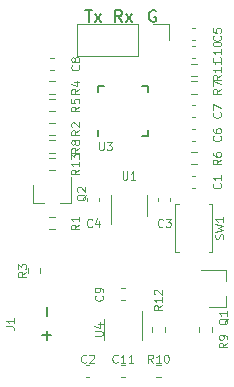
<source format=gbr>
G04 #@! TF.GenerationSoftware,KiCad,Pcbnew,(5.1.10)-1*
G04 #@! TF.CreationDate,2021-11-02T11:53:18+09:00*
G04 #@! TF.ProjectId,fishsensor,66697368-7365-46e7-936f-722e6b696361,rev?*
G04 #@! TF.SameCoordinates,Original*
G04 #@! TF.FileFunction,Legend,Top*
G04 #@! TF.FilePolarity,Positive*
%FSLAX46Y46*%
G04 Gerber Fmt 4.6, Leading zero omitted, Abs format (unit mm)*
G04 Created by KiCad (PCBNEW (5.1.10)-1) date 2021-11-02 11:53:18*
%MOMM*%
%LPD*%
G01*
G04 APERTURE LIST*
%ADD10C,0.150000*%
%ADD11C,0.120000*%
%ADD12C,0.100000*%
G04 APERTURE END LIST*
D10*
X3571428Y-32880952D02*
X3571428Y-32119047D01*
X3952380Y-32500000D02*
X3190476Y-32500000D01*
X3571428Y-30880952D02*
X3571428Y-30119047D01*
X12761904Y-5000000D02*
X12666666Y-4952380D01*
X12523809Y-4952380D01*
X12380952Y-5000000D01*
X12285714Y-5095238D01*
X12238095Y-5190476D01*
X12190476Y-5380952D01*
X12190476Y-5523809D01*
X12238095Y-5714285D01*
X12285714Y-5809523D01*
X12380952Y-5904761D01*
X12523809Y-5952380D01*
X12619047Y-5952380D01*
X12761904Y-5904761D01*
X12809523Y-5857142D01*
X12809523Y-5523809D01*
X12619047Y-5523809D01*
X9904761Y-5952380D02*
X9571428Y-5476190D01*
X9333333Y-5952380D02*
X9333333Y-4952380D01*
X9714285Y-4952380D01*
X9809523Y-5000000D01*
X9857142Y-5047619D01*
X9904761Y-5142857D01*
X9904761Y-5285714D01*
X9857142Y-5380952D01*
X9809523Y-5428571D01*
X9714285Y-5476190D01*
X9333333Y-5476190D01*
X10238095Y-5952380D02*
X10761904Y-5285714D01*
X10238095Y-5285714D02*
X10761904Y-5952380D01*
X6809523Y-4952380D02*
X7380952Y-4952380D01*
X7095238Y-5952380D02*
X7095238Y-4952380D01*
X7619047Y-5952380D02*
X8142857Y-5285714D01*
X7619047Y-5285714D02*
X8142857Y-5952380D01*
D11*
X4237258Y-18522500D02*
X3762742Y-18522500D01*
X4237258Y-17477500D02*
X3762742Y-17477500D01*
X13522500Y-31762742D02*
X13522500Y-32237258D01*
X12477500Y-31762742D02*
X12477500Y-32237258D01*
X2420000Y-21260000D02*
X3350000Y-21260000D01*
X5580000Y-21260000D02*
X4650000Y-21260000D01*
X5580000Y-21260000D02*
X5580000Y-19100000D01*
X2420000Y-21260000D02*
X2420000Y-19800000D01*
X18760000Y-30080000D02*
X18760000Y-29150000D01*
X18760000Y-26920000D02*
X18760000Y-27850000D01*
X18760000Y-26920000D02*
X16600000Y-26920000D01*
X18760000Y-30080000D02*
X17300000Y-30080000D01*
X10140580Y-36010000D02*
X9859420Y-36010000D01*
X10140580Y-34990000D02*
X9859420Y-34990000D01*
X8390000Y-31100000D02*
X8390000Y-32900000D01*
X11610000Y-32900000D02*
X11610000Y-30450000D01*
X14430000Y-25470000D02*
X14430000Y-21330000D01*
X17270000Y-21330000D02*
X17570000Y-21330000D01*
X17570000Y-21330000D02*
X17570000Y-25470000D01*
X14730000Y-25470000D02*
X14430000Y-25470000D01*
X17570000Y-25470000D02*
X17270000Y-25470000D01*
X14430000Y-21330000D02*
X14730000Y-21330000D01*
X15762742Y-9477500D02*
X16237258Y-9477500D01*
X15762742Y-10522500D02*
X16237258Y-10522500D01*
X12762742Y-34977500D02*
X13237258Y-34977500D01*
X12762742Y-36022500D02*
X13237258Y-36022500D01*
X16140580Y-9010000D02*
X15859420Y-9010000D01*
X16140580Y-7990000D02*
X15859420Y-7990000D01*
X9859420Y-28490000D02*
X10140580Y-28490000D01*
X9859420Y-29510000D02*
X10140580Y-29510000D01*
X6130000Y-6170000D02*
X6130000Y-8830000D01*
X11270000Y-6170000D02*
X6130000Y-6170000D01*
X11270000Y-8830000D02*
X6130000Y-8830000D01*
X11270000Y-6170000D02*
X11270000Y-8830000D01*
X12540000Y-6170000D02*
X13870000Y-6170000D01*
X13870000Y-6170000D02*
X13870000Y-7500000D01*
D10*
X7850000Y-11350000D02*
X7850000Y-11875000D01*
X12150000Y-11350000D02*
X12150000Y-11875000D01*
X12150000Y-15650000D02*
X12150000Y-15125000D01*
X7850000Y-15650000D02*
X7850000Y-15125000D01*
X12150000Y-11350000D02*
X11625000Y-11350000D01*
X12150000Y-15650000D02*
X11625000Y-15650000D01*
X7850000Y-11350000D02*
X8375000Y-11350000D01*
D11*
X8990000Y-20620000D02*
X8990000Y-23050000D01*
X12060000Y-22380000D02*
X12060000Y-20620000D01*
X17522500Y-32237258D02*
X17522500Y-31762742D01*
X16477500Y-32237258D02*
X16477500Y-31762742D01*
X3762742Y-17022500D02*
X4237258Y-17022500D01*
X3762742Y-15977500D02*
X4237258Y-15977500D01*
X15762742Y-12022500D02*
X16237258Y-12022500D01*
X15762742Y-10977500D02*
X16237258Y-10977500D01*
X15762742Y-18022500D02*
X16237258Y-18022500D01*
X15762742Y-16977500D02*
X16237258Y-16977500D01*
X3762742Y-13522500D02*
X4237258Y-13522500D01*
X3762742Y-12477500D02*
X4237258Y-12477500D01*
X3762742Y-12022500D02*
X4237258Y-12022500D01*
X3762742Y-10977500D02*
X4237258Y-10977500D01*
X1977500Y-26762742D02*
X1977500Y-27237258D01*
X3022500Y-26762742D02*
X3022500Y-27237258D01*
X3762742Y-15522500D02*
X4237258Y-15522500D01*
X3762742Y-14477500D02*
X4237258Y-14477500D01*
X3762742Y-23522500D02*
X4237258Y-23522500D01*
X3762742Y-22477500D02*
X4237258Y-22477500D01*
X3859420Y-10010000D02*
X4140580Y-10010000D01*
X3859420Y-8990000D02*
X4140580Y-8990000D01*
X16140580Y-12990000D02*
X15859420Y-12990000D01*
X16140580Y-14010000D02*
X15859420Y-14010000D01*
X15859420Y-16010000D02*
X16140580Y-16010000D01*
X15859420Y-14990000D02*
X16140580Y-14990000D01*
X16140580Y-6490000D02*
X15859420Y-6490000D01*
X16140580Y-7510000D02*
X15859420Y-7510000D01*
X6990000Y-20859420D02*
X6990000Y-21140580D01*
X8010000Y-20859420D02*
X8010000Y-21140580D01*
X14010000Y-21140580D02*
X14010000Y-20859420D01*
X12990000Y-21140580D02*
X12990000Y-20859420D01*
X6859420Y-36010000D02*
X7140580Y-36010000D01*
X6859420Y-34990000D02*
X7140580Y-34990000D01*
X15859420Y-20010000D02*
X16140580Y-20010000D01*
X15859420Y-18990000D02*
X16140580Y-18990000D01*
D12*
X116666Y-31733333D02*
X616666Y-31733333D01*
X716666Y-31766666D01*
X783333Y-31833333D01*
X816666Y-31933333D01*
X816666Y-32000000D01*
X816666Y-31033333D02*
X816666Y-31433333D01*
X816666Y-31233333D02*
X116666Y-31233333D01*
X216666Y-31300000D01*
X283333Y-31366666D01*
X316666Y-31433333D01*
X6316666Y-18450000D02*
X5983333Y-18683333D01*
X6316666Y-18850000D02*
X5616666Y-18850000D01*
X5616666Y-18583333D01*
X5650000Y-18516666D01*
X5683333Y-18483333D01*
X5750000Y-18450000D01*
X5850000Y-18450000D01*
X5916666Y-18483333D01*
X5950000Y-18516666D01*
X5983333Y-18583333D01*
X5983333Y-18850000D01*
X6316666Y-17783333D02*
X6316666Y-18183333D01*
X6316666Y-17983333D02*
X5616666Y-17983333D01*
X5716666Y-18050000D01*
X5783333Y-18116666D01*
X5816666Y-18183333D01*
X5616666Y-17550000D02*
X5616666Y-17116666D01*
X5883333Y-17350000D01*
X5883333Y-17250000D01*
X5916666Y-17183333D01*
X5950000Y-17150000D01*
X6016666Y-17116666D01*
X6183333Y-17116666D01*
X6250000Y-17150000D01*
X6283333Y-17183333D01*
X6316666Y-17250000D01*
X6316666Y-17450000D01*
X6283333Y-17516666D01*
X6250000Y-17550000D01*
X13316666Y-29950000D02*
X12983333Y-30183333D01*
X13316666Y-30350000D02*
X12616666Y-30350000D01*
X12616666Y-30083333D01*
X12650000Y-30016666D01*
X12683333Y-29983333D01*
X12750000Y-29950000D01*
X12850000Y-29950000D01*
X12916666Y-29983333D01*
X12950000Y-30016666D01*
X12983333Y-30083333D01*
X12983333Y-30350000D01*
X13316666Y-29283333D02*
X13316666Y-29683333D01*
X13316666Y-29483333D02*
X12616666Y-29483333D01*
X12716666Y-29550000D01*
X12783333Y-29616666D01*
X12816666Y-29683333D01*
X12683333Y-29016666D02*
X12650000Y-28983333D01*
X12616666Y-28916666D01*
X12616666Y-28750000D01*
X12650000Y-28683333D01*
X12683333Y-28650000D01*
X12750000Y-28616666D01*
X12816666Y-28616666D01*
X12916666Y-28650000D01*
X13316666Y-29050000D01*
X13316666Y-28616666D01*
X6883333Y-20566666D02*
X6850000Y-20633333D01*
X6783333Y-20700000D01*
X6683333Y-20800000D01*
X6650000Y-20866666D01*
X6650000Y-20933333D01*
X6816666Y-20900000D02*
X6783333Y-20966666D01*
X6716666Y-21033333D01*
X6583333Y-21066666D01*
X6350000Y-21066666D01*
X6216666Y-21033333D01*
X6150000Y-20966666D01*
X6116666Y-20900000D01*
X6116666Y-20766666D01*
X6150000Y-20700000D01*
X6216666Y-20633333D01*
X6350000Y-20600000D01*
X6583333Y-20600000D01*
X6716666Y-20633333D01*
X6783333Y-20700000D01*
X6816666Y-20766666D01*
X6816666Y-20900000D01*
X6183333Y-20333333D02*
X6150000Y-20300000D01*
X6116666Y-20233333D01*
X6116666Y-20066666D01*
X6150000Y-20000000D01*
X6183333Y-19966666D01*
X6250000Y-19933333D01*
X6316666Y-19933333D01*
X6416666Y-19966666D01*
X6816666Y-20366666D01*
X6816666Y-19933333D01*
X18883333Y-31066666D02*
X18850000Y-31133333D01*
X18783333Y-31200000D01*
X18683333Y-31300000D01*
X18650000Y-31366666D01*
X18650000Y-31433333D01*
X18816666Y-31400000D02*
X18783333Y-31466666D01*
X18716666Y-31533333D01*
X18583333Y-31566666D01*
X18350000Y-31566666D01*
X18216666Y-31533333D01*
X18150000Y-31466666D01*
X18116666Y-31400000D01*
X18116666Y-31266666D01*
X18150000Y-31200000D01*
X18216666Y-31133333D01*
X18350000Y-31100000D01*
X18583333Y-31100000D01*
X18716666Y-31133333D01*
X18783333Y-31200000D01*
X18816666Y-31266666D01*
X18816666Y-31400000D01*
X18816666Y-30433333D02*
X18816666Y-30833333D01*
X18816666Y-30633333D02*
X18116666Y-30633333D01*
X18216666Y-30700000D01*
X18283333Y-30766666D01*
X18316666Y-30833333D01*
X9550000Y-34750000D02*
X9516666Y-34783333D01*
X9416666Y-34816666D01*
X9350000Y-34816666D01*
X9250000Y-34783333D01*
X9183333Y-34716666D01*
X9150000Y-34650000D01*
X9116666Y-34516666D01*
X9116666Y-34416666D01*
X9150000Y-34283333D01*
X9183333Y-34216666D01*
X9250000Y-34150000D01*
X9350000Y-34116666D01*
X9416666Y-34116666D01*
X9516666Y-34150000D01*
X9550000Y-34183333D01*
X10216666Y-34816666D02*
X9816666Y-34816666D01*
X10016666Y-34816666D02*
X10016666Y-34116666D01*
X9950000Y-34216666D01*
X9883333Y-34283333D01*
X9816666Y-34316666D01*
X10883333Y-34816666D02*
X10483333Y-34816666D01*
X10683333Y-34816666D02*
X10683333Y-34116666D01*
X10616666Y-34216666D01*
X10550000Y-34283333D01*
X10483333Y-34316666D01*
X7616666Y-32533333D02*
X8183333Y-32533333D01*
X8250000Y-32500000D01*
X8283333Y-32466666D01*
X8316666Y-32400000D01*
X8316666Y-32266666D01*
X8283333Y-32200000D01*
X8250000Y-32166666D01*
X8183333Y-32133333D01*
X7616666Y-32133333D01*
X7850000Y-31500000D02*
X8316666Y-31500000D01*
X7583333Y-31666666D02*
X8083333Y-31833333D01*
X8083333Y-31400000D01*
X18483333Y-24333333D02*
X18516666Y-24233333D01*
X18516666Y-24066666D01*
X18483333Y-24000000D01*
X18450000Y-23966666D01*
X18383333Y-23933333D01*
X18316666Y-23933333D01*
X18250000Y-23966666D01*
X18216666Y-24000000D01*
X18183333Y-24066666D01*
X18150000Y-24200000D01*
X18116666Y-24266666D01*
X18083333Y-24300000D01*
X18016666Y-24333333D01*
X17950000Y-24333333D01*
X17883333Y-24300000D01*
X17850000Y-24266666D01*
X17816666Y-24200000D01*
X17816666Y-24033333D01*
X17850000Y-23933333D01*
X17816666Y-23700000D02*
X18516666Y-23533333D01*
X18016666Y-23400000D01*
X18516666Y-23266666D01*
X17816666Y-23100000D01*
X18516666Y-22466666D02*
X18516666Y-22866666D01*
X18516666Y-22666666D02*
X17816666Y-22666666D01*
X17916666Y-22733333D01*
X17983333Y-22800000D01*
X18016666Y-22866666D01*
X18316666Y-10450000D02*
X17983333Y-10683333D01*
X18316666Y-10850000D02*
X17616666Y-10850000D01*
X17616666Y-10583333D01*
X17650000Y-10516666D01*
X17683333Y-10483333D01*
X17750000Y-10450000D01*
X17850000Y-10450000D01*
X17916666Y-10483333D01*
X17950000Y-10516666D01*
X17983333Y-10583333D01*
X17983333Y-10850000D01*
X18316666Y-9783333D02*
X18316666Y-10183333D01*
X18316666Y-9983333D02*
X17616666Y-9983333D01*
X17716666Y-10050000D01*
X17783333Y-10116666D01*
X17816666Y-10183333D01*
X18316666Y-9116666D02*
X18316666Y-9516666D01*
X18316666Y-9316666D02*
X17616666Y-9316666D01*
X17716666Y-9383333D01*
X17783333Y-9450000D01*
X17816666Y-9516666D01*
X12550000Y-34816666D02*
X12316666Y-34483333D01*
X12150000Y-34816666D02*
X12150000Y-34116666D01*
X12416666Y-34116666D01*
X12483333Y-34150000D01*
X12516666Y-34183333D01*
X12550000Y-34250000D01*
X12550000Y-34350000D01*
X12516666Y-34416666D01*
X12483333Y-34450000D01*
X12416666Y-34483333D01*
X12150000Y-34483333D01*
X13216666Y-34816666D02*
X12816666Y-34816666D01*
X13016666Y-34816666D02*
X13016666Y-34116666D01*
X12950000Y-34216666D01*
X12883333Y-34283333D01*
X12816666Y-34316666D01*
X13650000Y-34116666D02*
X13716666Y-34116666D01*
X13783333Y-34150000D01*
X13816666Y-34183333D01*
X13850000Y-34250000D01*
X13883333Y-34383333D01*
X13883333Y-34550000D01*
X13850000Y-34683333D01*
X13816666Y-34750000D01*
X13783333Y-34783333D01*
X13716666Y-34816666D01*
X13650000Y-34816666D01*
X13583333Y-34783333D01*
X13550000Y-34750000D01*
X13516666Y-34683333D01*
X13483333Y-34550000D01*
X13483333Y-34383333D01*
X13516666Y-34250000D01*
X13550000Y-34183333D01*
X13583333Y-34150000D01*
X13650000Y-34116666D01*
X18250000Y-8950000D02*
X18283333Y-8983333D01*
X18316666Y-9083333D01*
X18316666Y-9150000D01*
X18283333Y-9250000D01*
X18216666Y-9316666D01*
X18150000Y-9350000D01*
X18016666Y-9383333D01*
X17916666Y-9383333D01*
X17783333Y-9350000D01*
X17716666Y-9316666D01*
X17650000Y-9250000D01*
X17616666Y-9150000D01*
X17616666Y-9083333D01*
X17650000Y-8983333D01*
X17683333Y-8950000D01*
X18316666Y-8283333D02*
X18316666Y-8683333D01*
X18316666Y-8483333D02*
X17616666Y-8483333D01*
X17716666Y-8550000D01*
X17783333Y-8616666D01*
X17816666Y-8683333D01*
X17616666Y-7850000D02*
X17616666Y-7783333D01*
X17650000Y-7716666D01*
X17683333Y-7683333D01*
X17750000Y-7650000D01*
X17883333Y-7616666D01*
X18050000Y-7616666D01*
X18183333Y-7650000D01*
X18250000Y-7683333D01*
X18283333Y-7716666D01*
X18316666Y-7783333D01*
X18316666Y-7850000D01*
X18283333Y-7916666D01*
X18250000Y-7950000D01*
X18183333Y-7983333D01*
X18050000Y-8016666D01*
X17883333Y-8016666D01*
X17750000Y-7983333D01*
X17683333Y-7950000D01*
X17650000Y-7916666D01*
X17616666Y-7850000D01*
X8250000Y-29116666D02*
X8283333Y-29150000D01*
X8316666Y-29250000D01*
X8316666Y-29316666D01*
X8283333Y-29416666D01*
X8216666Y-29483333D01*
X8150000Y-29516666D01*
X8016666Y-29550000D01*
X7916666Y-29550000D01*
X7783333Y-29516666D01*
X7716666Y-29483333D01*
X7650000Y-29416666D01*
X7616666Y-29316666D01*
X7616666Y-29250000D01*
X7650000Y-29150000D01*
X7683333Y-29116666D01*
X8316666Y-28783333D02*
X8316666Y-28650000D01*
X8283333Y-28583333D01*
X8250000Y-28550000D01*
X8150000Y-28483333D01*
X8016666Y-28450000D01*
X7750000Y-28450000D01*
X7683333Y-28483333D01*
X7650000Y-28516666D01*
X7616666Y-28583333D01*
X7616666Y-28716666D01*
X7650000Y-28783333D01*
X7683333Y-28816666D01*
X7750000Y-28850000D01*
X7916666Y-28850000D01*
X7983333Y-28816666D01*
X8016666Y-28783333D01*
X8050000Y-28716666D01*
X8050000Y-28583333D01*
X8016666Y-28516666D01*
X7983333Y-28483333D01*
X7916666Y-28450000D01*
X7966666Y-16116666D02*
X7966666Y-16683333D01*
X8000000Y-16750000D01*
X8033333Y-16783333D01*
X8100000Y-16816666D01*
X8233333Y-16816666D01*
X8300000Y-16783333D01*
X8333333Y-16750000D01*
X8366666Y-16683333D01*
X8366666Y-16116666D01*
X8633333Y-16116666D02*
X9066666Y-16116666D01*
X8833333Y-16383333D01*
X8933333Y-16383333D01*
X9000000Y-16416666D01*
X9033333Y-16450000D01*
X9066666Y-16516666D01*
X9066666Y-16683333D01*
X9033333Y-16750000D01*
X9000000Y-16783333D01*
X8933333Y-16816666D01*
X8733333Y-16816666D01*
X8666666Y-16783333D01*
X8633333Y-16750000D01*
X9966666Y-18616666D02*
X9966666Y-19183333D01*
X10000000Y-19250000D01*
X10033333Y-19283333D01*
X10100000Y-19316666D01*
X10233333Y-19316666D01*
X10300000Y-19283333D01*
X10333333Y-19250000D01*
X10366666Y-19183333D01*
X10366666Y-18616666D01*
X11066666Y-19316666D02*
X10666666Y-19316666D01*
X10866666Y-19316666D02*
X10866666Y-18616666D01*
X10800000Y-18716666D01*
X10733333Y-18783333D01*
X10666666Y-18816666D01*
X18816666Y-33116666D02*
X18483333Y-33350000D01*
X18816666Y-33516666D02*
X18116666Y-33516666D01*
X18116666Y-33250000D01*
X18150000Y-33183333D01*
X18183333Y-33150000D01*
X18250000Y-33116666D01*
X18350000Y-33116666D01*
X18416666Y-33150000D01*
X18450000Y-33183333D01*
X18483333Y-33250000D01*
X18483333Y-33516666D01*
X18816666Y-32783333D02*
X18816666Y-32650000D01*
X18783333Y-32583333D01*
X18750000Y-32550000D01*
X18650000Y-32483333D01*
X18516666Y-32450000D01*
X18250000Y-32450000D01*
X18183333Y-32483333D01*
X18150000Y-32516666D01*
X18116666Y-32583333D01*
X18116666Y-32716666D01*
X18150000Y-32783333D01*
X18183333Y-32816666D01*
X18250000Y-32850000D01*
X18416666Y-32850000D01*
X18483333Y-32816666D01*
X18516666Y-32783333D01*
X18550000Y-32716666D01*
X18550000Y-32583333D01*
X18516666Y-32516666D01*
X18483333Y-32483333D01*
X18416666Y-32450000D01*
X6316666Y-16616666D02*
X5983333Y-16850000D01*
X6316666Y-17016666D02*
X5616666Y-17016666D01*
X5616666Y-16750000D01*
X5650000Y-16683333D01*
X5683333Y-16650000D01*
X5750000Y-16616666D01*
X5850000Y-16616666D01*
X5916666Y-16650000D01*
X5950000Y-16683333D01*
X5983333Y-16750000D01*
X5983333Y-17016666D01*
X5916666Y-16216666D02*
X5883333Y-16283333D01*
X5850000Y-16316666D01*
X5783333Y-16350000D01*
X5750000Y-16350000D01*
X5683333Y-16316666D01*
X5650000Y-16283333D01*
X5616666Y-16216666D01*
X5616666Y-16083333D01*
X5650000Y-16016666D01*
X5683333Y-15983333D01*
X5750000Y-15950000D01*
X5783333Y-15950000D01*
X5850000Y-15983333D01*
X5883333Y-16016666D01*
X5916666Y-16083333D01*
X5916666Y-16216666D01*
X5950000Y-16283333D01*
X5983333Y-16316666D01*
X6050000Y-16350000D01*
X6183333Y-16350000D01*
X6250000Y-16316666D01*
X6283333Y-16283333D01*
X6316666Y-16216666D01*
X6316666Y-16083333D01*
X6283333Y-16016666D01*
X6250000Y-15983333D01*
X6183333Y-15950000D01*
X6050000Y-15950000D01*
X5983333Y-15983333D01*
X5950000Y-16016666D01*
X5916666Y-16083333D01*
X18316666Y-11616666D02*
X17983333Y-11850000D01*
X18316666Y-12016666D02*
X17616666Y-12016666D01*
X17616666Y-11750000D01*
X17650000Y-11683333D01*
X17683333Y-11650000D01*
X17750000Y-11616666D01*
X17850000Y-11616666D01*
X17916666Y-11650000D01*
X17950000Y-11683333D01*
X17983333Y-11750000D01*
X17983333Y-12016666D01*
X17616666Y-11383333D02*
X17616666Y-10916666D01*
X18316666Y-11216666D01*
X18316666Y-17616666D02*
X17983333Y-17850000D01*
X18316666Y-18016666D02*
X17616666Y-18016666D01*
X17616666Y-17750000D01*
X17650000Y-17683333D01*
X17683333Y-17650000D01*
X17750000Y-17616666D01*
X17850000Y-17616666D01*
X17916666Y-17650000D01*
X17950000Y-17683333D01*
X17983333Y-17750000D01*
X17983333Y-18016666D01*
X17616666Y-17016666D02*
X17616666Y-17150000D01*
X17650000Y-17216666D01*
X17683333Y-17250000D01*
X17783333Y-17316666D01*
X17916666Y-17350000D01*
X18183333Y-17350000D01*
X18250000Y-17316666D01*
X18283333Y-17283333D01*
X18316666Y-17216666D01*
X18316666Y-17083333D01*
X18283333Y-17016666D01*
X18250000Y-16983333D01*
X18183333Y-16950000D01*
X18016666Y-16950000D01*
X17950000Y-16983333D01*
X17916666Y-17016666D01*
X17883333Y-17083333D01*
X17883333Y-17216666D01*
X17916666Y-17283333D01*
X17950000Y-17316666D01*
X18016666Y-17350000D01*
X6316666Y-13116666D02*
X5983333Y-13350000D01*
X6316666Y-13516666D02*
X5616666Y-13516666D01*
X5616666Y-13250000D01*
X5650000Y-13183333D01*
X5683333Y-13150000D01*
X5750000Y-13116666D01*
X5850000Y-13116666D01*
X5916666Y-13150000D01*
X5950000Y-13183333D01*
X5983333Y-13250000D01*
X5983333Y-13516666D01*
X5616666Y-12483333D02*
X5616666Y-12816666D01*
X5950000Y-12850000D01*
X5916666Y-12816666D01*
X5883333Y-12750000D01*
X5883333Y-12583333D01*
X5916666Y-12516666D01*
X5950000Y-12483333D01*
X6016666Y-12450000D01*
X6183333Y-12450000D01*
X6250000Y-12483333D01*
X6283333Y-12516666D01*
X6316666Y-12583333D01*
X6316666Y-12750000D01*
X6283333Y-12816666D01*
X6250000Y-12850000D01*
X6316666Y-11616666D02*
X5983333Y-11850000D01*
X6316666Y-12016666D02*
X5616666Y-12016666D01*
X5616666Y-11750000D01*
X5650000Y-11683333D01*
X5683333Y-11650000D01*
X5750000Y-11616666D01*
X5850000Y-11616666D01*
X5916666Y-11650000D01*
X5950000Y-11683333D01*
X5983333Y-11750000D01*
X5983333Y-12016666D01*
X5850000Y-11016666D02*
X6316666Y-11016666D01*
X5583333Y-11183333D02*
X6083333Y-11350000D01*
X6083333Y-10916666D01*
X1816666Y-27116666D02*
X1483333Y-27350000D01*
X1816666Y-27516666D02*
X1116666Y-27516666D01*
X1116666Y-27250000D01*
X1150000Y-27183333D01*
X1183333Y-27150000D01*
X1250000Y-27116666D01*
X1350000Y-27116666D01*
X1416666Y-27150000D01*
X1450000Y-27183333D01*
X1483333Y-27250000D01*
X1483333Y-27516666D01*
X1116666Y-26883333D02*
X1116666Y-26450000D01*
X1383333Y-26683333D01*
X1383333Y-26583333D01*
X1416666Y-26516666D01*
X1450000Y-26483333D01*
X1516666Y-26450000D01*
X1683333Y-26450000D01*
X1750000Y-26483333D01*
X1783333Y-26516666D01*
X1816666Y-26583333D01*
X1816666Y-26783333D01*
X1783333Y-26850000D01*
X1750000Y-26883333D01*
X6316666Y-15116666D02*
X5983333Y-15350000D01*
X6316666Y-15516666D02*
X5616666Y-15516666D01*
X5616666Y-15250000D01*
X5650000Y-15183333D01*
X5683333Y-15150000D01*
X5750000Y-15116666D01*
X5850000Y-15116666D01*
X5916666Y-15150000D01*
X5950000Y-15183333D01*
X5983333Y-15250000D01*
X5983333Y-15516666D01*
X5683333Y-14850000D02*
X5650000Y-14816666D01*
X5616666Y-14750000D01*
X5616666Y-14583333D01*
X5650000Y-14516666D01*
X5683333Y-14483333D01*
X5750000Y-14450000D01*
X5816666Y-14450000D01*
X5916666Y-14483333D01*
X6316666Y-14883333D01*
X6316666Y-14450000D01*
X6316666Y-23116666D02*
X5983333Y-23350000D01*
X6316666Y-23516666D02*
X5616666Y-23516666D01*
X5616666Y-23250000D01*
X5650000Y-23183333D01*
X5683333Y-23150000D01*
X5750000Y-23116666D01*
X5850000Y-23116666D01*
X5916666Y-23150000D01*
X5950000Y-23183333D01*
X5983333Y-23250000D01*
X5983333Y-23516666D01*
X6316666Y-22450000D02*
X6316666Y-22850000D01*
X6316666Y-22650000D02*
X5616666Y-22650000D01*
X5716666Y-22716666D01*
X5783333Y-22783333D01*
X5816666Y-22850000D01*
X6250000Y-9616666D02*
X6283333Y-9650000D01*
X6316666Y-9750000D01*
X6316666Y-9816666D01*
X6283333Y-9916666D01*
X6216666Y-9983333D01*
X6150000Y-10016666D01*
X6016666Y-10050000D01*
X5916666Y-10050000D01*
X5783333Y-10016666D01*
X5716666Y-9983333D01*
X5650000Y-9916666D01*
X5616666Y-9816666D01*
X5616666Y-9750000D01*
X5650000Y-9650000D01*
X5683333Y-9616666D01*
X5916666Y-9216666D02*
X5883333Y-9283333D01*
X5850000Y-9316666D01*
X5783333Y-9350000D01*
X5750000Y-9350000D01*
X5683333Y-9316666D01*
X5650000Y-9283333D01*
X5616666Y-9216666D01*
X5616666Y-9083333D01*
X5650000Y-9016666D01*
X5683333Y-8983333D01*
X5750000Y-8950000D01*
X5783333Y-8950000D01*
X5850000Y-8983333D01*
X5883333Y-9016666D01*
X5916666Y-9083333D01*
X5916666Y-9216666D01*
X5950000Y-9283333D01*
X5983333Y-9316666D01*
X6050000Y-9350000D01*
X6183333Y-9350000D01*
X6250000Y-9316666D01*
X6283333Y-9283333D01*
X6316666Y-9216666D01*
X6316666Y-9083333D01*
X6283333Y-9016666D01*
X6250000Y-8983333D01*
X6183333Y-8950000D01*
X6050000Y-8950000D01*
X5983333Y-8983333D01*
X5950000Y-9016666D01*
X5916666Y-9083333D01*
X18250000Y-13616666D02*
X18283333Y-13650000D01*
X18316666Y-13750000D01*
X18316666Y-13816666D01*
X18283333Y-13916666D01*
X18216666Y-13983333D01*
X18150000Y-14016666D01*
X18016666Y-14050000D01*
X17916666Y-14050000D01*
X17783333Y-14016666D01*
X17716666Y-13983333D01*
X17650000Y-13916666D01*
X17616666Y-13816666D01*
X17616666Y-13750000D01*
X17650000Y-13650000D01*
X17683333Y-13616666D01*
X17616666Y-13383333D02*
X17616666Y-12916666D01*
X18316666Y-13216666D01*
X18250000Y-15616666D02*
X18283333Y-15650000D01*
X18316666Y-15750000D01*
X18316666Y-15816666D01*
X18283333Y-15916666D01*
X18216666Y-15983333D01*
X18150000Y-16016666D01*
X18016666Y-16050000D01*
X17916666Y-16050000D01*
X17783333Y-16016666D01*
X17716666Y-15983333D01*
X17650000Y-15916666D01*
X17616666Y-15816666D01*
X17616666Y-15750000D01*
X17650000Y-15650000D01*
X17683333Y-15616666D01*
X17616666Y-15016666D02*
X17616666Y-15150000D01*
X17650000Y-15216666D01*
X17683333Y-15250000D01*
X17783333Y-15316666D01*
X17916666Y-15350000D01*
X18183333Y-15350000D01*
X18250000Y-15316666D01*
X18283333Y-15283333D01*
X18316666Y-15216666D01*
X18316666Y-15083333D01*
X18283333Y-15016666D01*
X18250000Y-14983333D01*
X18183333Y-14950000D01*
X18016666Y-14950000D01*
X17950000Y-14983333D01*
X17916666Y-15016666D01*
X17883333Y-15083333D01*
X17883333Y-15216666D01*
X17916666Y-15283333D01*
X17950000Y-15316666D01*
X18016666Y-15350000D01*
X18250000Y-7116666D02*
X18283333Y-7150000D01*
X18316666Y-7250000D01*
X18316666Y-7316666D01*
X18283333Y-7416666D01*
X18216666Y-7483333D01*
X18150000Y-7516666D01*
X18016666Y-7550000D01*
X17916666Y-7550000D01*
X17783333Y-7516666D01*
X17716666Y-7483333D01*
X17650000Y-7416666D01*
X17616666Y-7316666D01*
X17616666Y-7250000D01*
X17650000Y-7150000D01*
X17683333Y-7116666D01*
X17616666Y-6483333D02*
X17616666Y-6816666D01*
X17950000Y-6850000D01*
X17916666Y-6816666D01*
X17883333Y-6750000D01*
X17883333Y-6583333D01*
X17916666Y-6516666D01*
X17950000Y-6483333D01*
X18016666Y-6450000D01*
X18183333Y-6450000D01*
X18250000Y-6483333D01*
X18283333Y-6516666D01*
X18316666Y-6583333D01*
X18316666Y-6750000D01*
X18283333Y-6816666D01*
X18250000Y-6850000D01*
X7383333Y-23250000D02*
X7350000Y-23283333D01*
X7250000Y-23316666D01*
X7183333Y-23316666D01*
X7083333Y-23283333D01*
X7016666Y-23216666D01*
X6983333Y-23150000D01*
X6950000Y-23016666D01*
X6950000Y-22916666D01*
X6983333Y-22783333D01*
X7016666Y-22716666D01*
X7083333Y-22650000D01*
X7183333Y-22616666D01*
X7250000Y-22616666D01*
X7350000Y-22650000D01*
X7383333Y-22683333D01*
X7983333Y-22850000D02*
X7983333Y-23316666D01*
X7816666Y-22583333D02*
X7650000Y-23083333D01*
X8083333Y-23083333D01*
X13383333Y-23250000D02*
X13350000Y-23283333D01*
X13250000Y-23316666D01*
X13183333Y-23316666D01*
X13083333Y-23283333D01*
X13016666Y-23216666D01*
X12983333Y-23150000D01*
X12950000Y-23016666D01*
X12950000Y-22916666D01*
X12983333Y-22783333D01*
X13016666Y-22716666D01*
X13083333Y-22650000D01*
X13183333Y-22616666D01*
X13250000Y-22616666D01*
X13350000Y-22650000D01*
X13383333Y-22683333D01*
X13616666Y-22616666D02*
X14050000Y-22616666D01*
X13816666Y-22883333D01*
X13916666Y-22883333D01*
X13983333Y-22916666D01*
X14016666Y-22950000D01*
X14050000Y-23016666D01*
X14050000Y-23183333D01*
X14016666Y-23250000D01*
X13983333Y-23283333D01*
X13916666Y-23316666D01*
X13716666Y-23316666D01*
X13650000Y-23283333D01*
X13616666Y-23250000D01*
X6883333Y-34750000D02*
X6850000Y-34783333D01*
X6750000Y-34816666D01*
X6683333Y-34816666D01*
X6583333Y-34783333D01*
X6516666Y-34716666D01*
X6483333Y-34650000D01*
X6450000Y-34516666D01*
X6450000Y-34416666D01*
X6483333Y-34283333D01*
X6516666Y-34216666D01*
X6583333Y-34150000D01*
X6683333Y-34116666D01*
X6750000Y-34116666D01*
X6850000Y-34150000D01*
X6883333Y-34183333D01*
X7150000Y-34183333D02*
X7183333Y-34150000D01*
X7250000Y-34116666D01*
X7416666Y-34116666D01*
X7483333Y-34150000D01*
X7516666Y-34183333D01*
X7550000Y-34250000D01*
X7550000Y-34316666D01*
X7516666Y-34416666D01*
X7116666Y-34816666D01*
X7550000Y-34816666D01*
X18250000Y-19616666D02*
X18283333Y-19650000D01*
X18316666Y-19750000D01*
X18316666Y-19816666D01*
X18283333Y-19916666D01*
X18216666Y-19983333D01*
X18150000Y-20016666D01*
X18016666Y-20050000D01*
X17916666Y-20050000D01*
X17783333Y-20016666D01*
X17716666Y-19983333D01*
X17650000Y-19916666D01*
X17616666Y-19816666D01*
X17616666Y-19750000D01*
X17650000Y-19650000D01*
X17683333Y-19616666D01*
X18316666Y-18950000D02*
X18316666Y-19350000D01*
X18316666Y-19150000D02*
X17616666Y-19150000D01*
X17716666Y-19216666D01*
X17783333Y-19283333D01*
X17816666Y-19350000D01*
M02*

</source>
